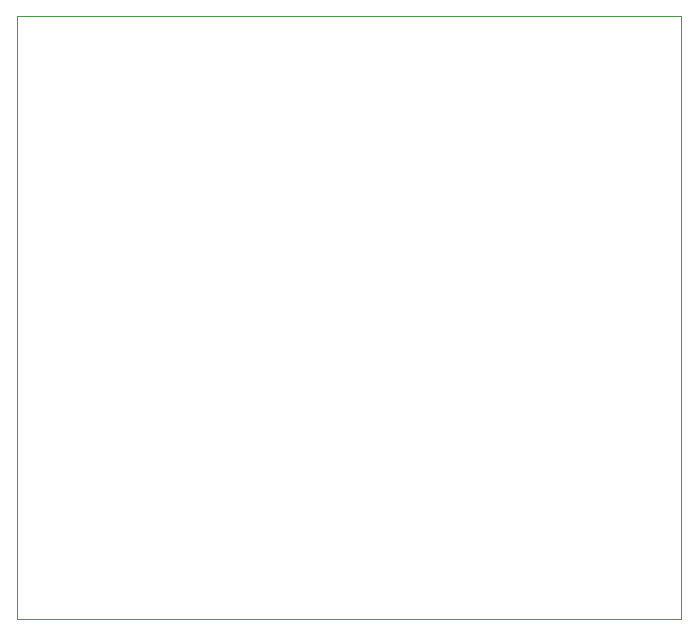
<source format=gbr>
%TF.GenerationSoftware,KiCad,Pcbnew,9.0.6*%
%TF.CreationDate,2025-12-28T18:42:45+01:00*%
%TF.ProjectId,scheme,73636865-6d65-42e6-9b69-6361645f7063,rev?*%
%TF.SameCoordinates,Original*%
%TF.FileFunction,Profile,NP*%
%FSLAX46Y46*%
G04 Gerber Fmt 4.6, Leading zero omitted, Abs format (unit mm)*
G04 Created by KiCad (PCBNEW 9.0.6) date 2025-12-28 18:42:45*
%MOMM*%
%LPD*%
G01*
G04 APERTURE LIST*
%TA.AperFunction,Profile*%
%ADD10C,0.050000*%
%TD*%
G04 APERTURE END LIST*
D10*
X181280000Y-105360000D02*
X237520000Y-105360000D01*
X237520000Y-156410000D01*
X181280000Y-156410000D01*
X181280000Y-105360000D01*
M02*

</source>
